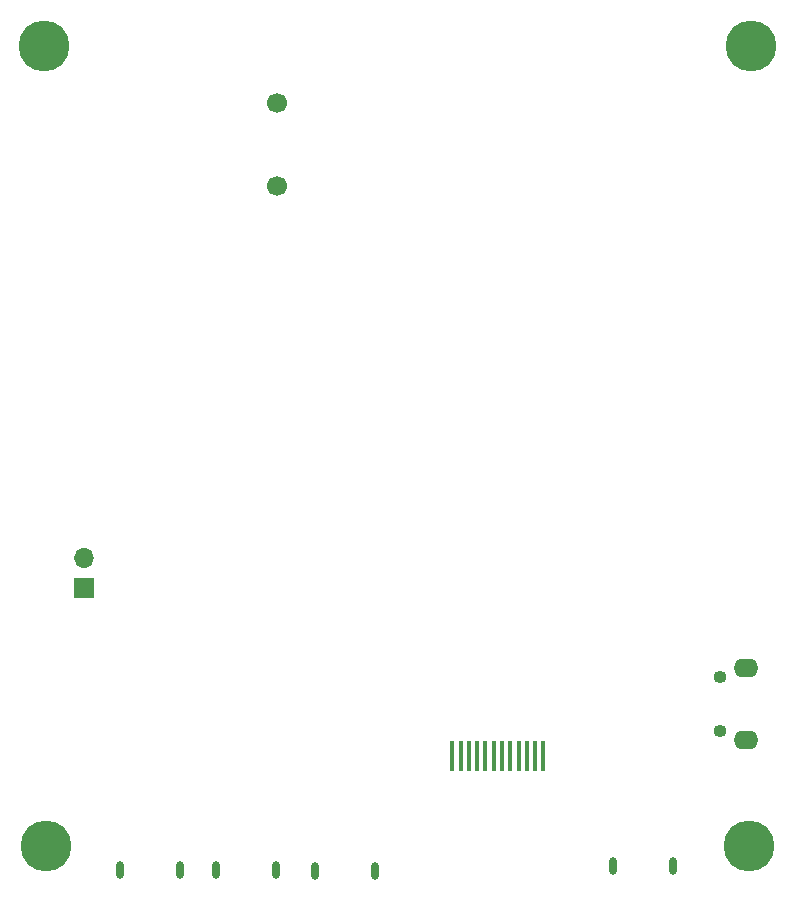
<source format=gbr>
%TF.GenerationSoftware,KiCad,Pcbnew,5.1.10-88a1d61d58~88~ubuntu20.04.1*%
%TF.CreationDate,2021-05-09T11:34:52+02:00*%
%TF.ProjectId,osw-light-modifiedv2,6f73772d-6c69-4676-9874-2d6d6f646966,rev?*%
%TF.SameCoordinates,Original*%
%TF.FileFunction,Soldermask,Bot*%
%TF.FilePolarity,Negative*%
%FSLAX46Y46*%
G04 Gerber Fmt 4.6, Leading zero omitted, Abs format (unit mm)*
G04 Created by KiCad (PCBNEW 5.1.10-88a1d61d58~88~ubuntu20.04.1) date 2021-05-09 11:34:52*
%MOMM*%
%LPD*%
G01*
G04 APERTURE LIST*
%ADD10C,4.300000*%
%ADD11O,1.100000X1.100000*%
%ADD12O,2.100000X1.600000*%
%ADD13R,0.350000X2.500000*%
%ADD14O,0.600000X1.524000*%
%ADD15O,1.700000X1.700000*%
%ADD16R,1.700000X1.700000*%
%ADD17C,1.700000*%
G04 APERTURE END LIST*
D10*
%TO.C,REF\u002A\u002A*%
X110200000Y-106800000D03*
%TD*%
%TO.C,REF\u002A\u002A*%
X169800000Y-106800000D03*
%TD*%
%TO.C,REF\u002A\u002A*%
X169900000Y-39100000D03*
%TD*%
%TO.C,REF\u002A\u002A*%
X110100000Y-39100000D03*
%TD*%
D11*
%TO.C,U12*%
X167304500Y-92514000D03*
X167304500Y-97086000D03*
D12*
X169527000Y-91752000D03*
X169527000Y-97848000D03*
%TD*%
D13*
%TO.C,U10*%
X148850000Y-99150000D03*
X149550000Y-99150000D03*
X150250000Y-99150000D03*
X150950000Y-99150000D03*
X151650000Y-99150000D03*
X152350000Y-99150000D03*
X148150000Y-99150000D03*
X147450000Y-99150000D03*
X146750000Y-99150000D03*
X146050000Y-99150000D03*
X145350000Y-99150000D03*
X144650000Y-99150000D03*
%TD*%
D14*
%TO.C,SW4*%
X138055001Y-108886999D03*
X132975001Y-108886999D03*
%TD*%
%TO.C,SW3*%
X163325001Y-108516999D03*
X158245001Y-108516999D03*
%TD*%
%TO.C,SW2*%
X121575001Y-108866999D03*
X116495001Y-108866999D03*
%TD*%
%TO.C,SW1*%
X129740000Y-108850000D03*
X124660000Y-108850000D03*
%TD*%
D15*
%TO.C,J3*%
X113500000Y-82460000D03*
D16*
X113500000Y-85000000D03*
%TD*%
D17*
%TO.C,J2*%
X129800000Y-50900000D03*
X129800000Y-43900000D03*
%TD*%
M02*

</source>
